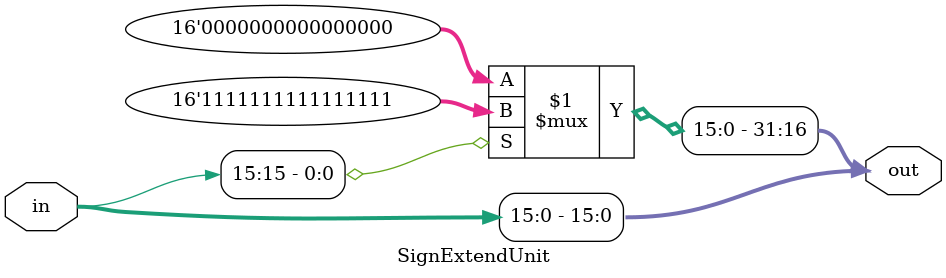
<source format=v>
`timescale 1ns / 1ps

module SignExtendUnit(
    input [15:0] in,
    output [31:0] out
    );

    assign out[15:0] = in;
    assign out[31:16] = in[15] ? 16'hffff : 16'h0000;

endmodule
</source>
